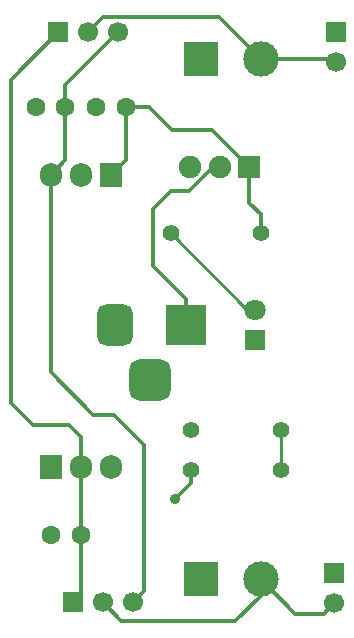
<source format=gbr>
%TF.GenerationSoftware,KiCad,Pcbnew,9.0.2*%
%TF.CreationDate,2025-06-12T21:47:04+05:30*%
%TF.ProjectId,Breadboard power supply,42726561-6462-46f6-9172-6420706f7765,rev?*%
%TF.SameCoordinates,Original*%
%TF.FileFunction,Copper,L1,Top*%
%TF.FilePolarity,Positive*%
%FSLAX46Y46*%
G04 Gerber Fmt 4.6, Leading zero omitted, Abs format (unit mm)*
G04 Created by KiCad (PCBNEW 9.0.2) date 2025-06-12 21:47:04*
%MOMM*%
%LPD*%
G01*
G04 APERTURE LIST*
G04 Aperture macros list*
%AMRoundRect*
0 Rectangle with rounded corners*
0 $1 Rounding radius*
0 $2 $3 $4 $5 $6 $7 $8 $9 X,Y pos of 4 corners*
0 Add a 4 corners polygon primitive as box body*
4,1,4,$2,$3,$4,$5,$6,$7,$8,$9,$2,$3,0*
0 Add four circle primitives for the rounded corners*
1,1,$1+$1,$2,$3*
1,1,$1+$1,$4,$5*
1,1,$1+$1,$6,$7*
1,1,$1+$1,$8,$9*
0 Add four rect primitives between the rounded corners*
20,1,$1+$1,$2,$3,$4,$5,0*
20,1,$1+$1,$4,$5,$6,$7,0*
20,1,$1+$1,$6,$7,$8,$9,0*
20,1,$1+$1,$8,$9,$2,$3,0*%
G04 Aperture macros list end*
%TA.AperFunction,ComponentPad*%
%ADD10R,1.700000X1.700000*%
%TD*%
%TA.AperFunction,ComponentPad*%
%ADD11C,1.700000*%
%TD*%
%TA.AperFunction,ComponentPad*%
%ADD12R,1.900000X1.900000*%
%TD*%
%TA.AperFunction,ComponentPad*%
%ADD13C,1.900000*%
%TD*%
%TA.AperFunction,ComponentPad*%
%ADD14R,3.000000X3.000000*%
%TD*%
%TA.AperFunction,ComponentPad*%
%ADD15C,3.000000*%
%TD*%
%TA.AperFunction,ComponentPad*%
%ADD16R,1.905000X2.000000*%
%TD*%
%TA.AperFunction,ComponentPad*%
%ADD17O,1.905000X2.000000*%
%TD*%
%TA.AperFunction,ComponentPad*%
%ADD18C,1.600000*%
%TD*%
%TA.AperFunction,ComponentPad*%
%ADD19C,1.400000*%
%TD*%
%TA.AperFunction,ComponentPad*%
%ADD20R,3.500000X3.500000*%
%TD*%
%TA.AperFunction,ComponentPad*%
%ADD21RoundRect,0.750000X-0.750000X-1.000000X0.750000X-1.000000X0.750000X1.000000X-0.750000X1.000000X0*%
%TD*%
%TA.AperFunction,ComponentPad*%
%ADD22RoundRect,0.875000X-0.875000X-0.875000X0.875000X-0.875000X0.875000X0.875000X-0.875000X0.875000X0*%
%TD*%
%TA.AperFunction,ComponentPad*%
%ADD23R,1.800000X1.800000*%
%TD*%
%TA.AperFunction,ComponentPad*%
%ADD24C,1.800000*%
%TD*%
%TA.AperFunction,ViaPad*%
%ADD25C,0.900000*%
%TD*%
%TA.AperFunction,Conductor*%
%ADD26C,0.350000*%
%TD*%
%TA.AperFunction,Conductor*%
%ADD27C,0.250000*%
%TD*%
G04 APERTURE END LIST*
D10*
%TO.P,J4,1,Pin_1*%
%TO.N,GND*%
X163830000Y-64130000D03*
D11*
%TO.P,J4,2,Pin_2*%
%TO.N,/PWR_OUT_TOP*%
X163830000Y-66670000D03*
%TD*%
D12*
%TO.P,S1,1*%
%TO.N,/12V*%
X156520000Y-75565000D03*
D13*
%TO.P,S1,2*%
%TO.N,/PWR_input*%
X154020000Y-75565000D03*
%TO.P,S1,3*%
%TO.N,unconnected-(S1-Pad3)*%
X151520000Y-75565000D03*
%TD*%
D14*
%TO.P,J5,1,Pin_1*%
%TO.N,GND*%
X152400000Y-110374549D03*
D15*
%TO.P,J5,2,Pin_2*%
%TO.N,/PWR_OUT_BOT*%
X157480000Y-110374549D03*
%TD*%
D16*
%TO.P,U2,1,VI*%
%TO.N,/12V*%
X144780000Y-76200000D03*
D17*
%TO.P,U2,2,GND*%
%TO.N,GND*%
X142240000Y-76200000D03*
%TO.P,U2,3,VO*%
%TO.N,/5V*%
X139700000Y-76200000D03*
%TD*%
D18*
%TO.P,C2,1*%
%TO.N,/3.3V*%
X142240000Y-106680000D03*
%TO.P,C2,2*%
%TO.N,GND*%
X139740000Y-106680000D03*
%TD*%
%TO.P,C1,1*%
%TO.N,/12V*%
X146050000Y-70485000D03*
%TO.P,C1,2*%
%TO.N,GND*%
X143550000Y-70485000D03*
%TD*%
D19*
%TO.P,R2,1*%
%TO.N,Net-(U1-ADJ)*%
X159199554Y-101169151D03*
%TO.P,R2,2*%
%TO.N,/3.3V*%
X151579554Y-101169151D03*
%TD*%
D20*
%TO.P,J1,1*%
%TO.N,/PWR_input*%
X151130000Y-88900000D03*
D21*
%TO.P,J1,2*%
%TO.N,GND*%
X145130000Y-88900000D03*
D22*
%TO.P,J1,3*%
X148130000Y-93600000D03*
%TD*%
D10*
%TO.P,J3,1,Pin_1*%
%TO.N,/3.3V*%
X140335000Y-64135000D03*
D11*
%TO.P,J3,2,Pin_2*%
%TO.N,/PWR_OUT_TOP*%
X142875000Y-64135000D03*
%TO.P,J3,3,Pin_3*%
%TO.N,/5V*%
X145415000Y-64135000D03*
%TD*%
D10*
%TO.P,J7,1,Pin_1*%
%TO.N,/3.3V*%
X141605000Y-112395000D03*
D11*
%TO.P,J7,2,Pin_2*%
%TO.N,/PWR_OUT_BOT*%
X144145000Y-112395000D03*
%TO.P,J7,3,Pin_3*%
%TO.N,/5V*%
X146685000Y-112395000D03*
%TD*%
D19*
%TO.P,R1,1*%
%TO.N,Net-(D1-A)*%
X149860000Y-81127600D03*
%TO.P,R1,2*%
%TO.N,/12V*%
X157480000Y-81127600D03*
%TD*%
D10*
%TO.P,J6,1,Pin_1*%
%TO.N,GND*%
X163705223Y-109928182D03*
D11*
%TO.P,J6,2,Pin_2*%
%TO.N,/PWR_OUT_BOT*%
X163705223Y-112468182D03*
%TD*%
D19*
%TO.P,R3,1*%
%TO.N,GND*%
X151620000Y-97790000D03*
%TO.P,R3,2*%
%TO.N,Net-(U1-ADJ)*%
X159240000Y-97790000D03*
%TD*%
D23*
%TO.P,D1,1,K*%
%TO.N,GND*%
X156980000Y-90175000D03*
D24*
%TO.P,D1,2,A*%
%TO.N,Net-(D1-A)*%
X156980000Y-87635000D03*
%TD*%
D14*
%TO.P,J2,1,Pin_1*%
%TO.N,GND*%
X152400000Y-66360000D03*
D15*
%TO.P,J2,2,Pin_2*%
%TO.N,/PWR_OUT_TOP*%
X157480000Y-66360000D03*
%TD*%
D18*
%TO.P,C3,1*%
%TO.N,/5V*%
X140930000Y-70485000D03*
%TO.P,C3,2*%
%TO.N,GND*%
X138430000Y-70485000D03*
%TD*%
D16*
%TO.P,U1,1,ADJ*%
%TO.N,Net-(U1-ADJ)*%
X139700000Y-100965000D03*
D17*
%TO.P,U1,2,VO*%
%TO.N,/3.3V*%
X142240000Y-100965000D03*
%TO.P,U1,3,VI*%
%TO.N,/12V*%
X144780000Y-100965000D03*
%TD*%
D25*
%TO.N,/3.3V*%
X150266400Y-103632000D03*
%TD*%
D26*
%TO.N,/PWR_OUT_BOT*%
X157480000Y-111810800D02*
X157480000Y-110374549D01*
X155346400Y-113944400D02*
X157480000Y-111810800D01*
X145694400Y-113944400D02*
X155346400Y-113944400D01*
X144145000Y-112395000D02*
X145694400Y-113944400D01*
X162838605Y-113334800D02*
X163705223Y-112468182D01*
X160440251Y-113334800D02*
X162838605Y-113334800D01*
X157480000Y-110374549D02*
X160440251Y-113334800D01*
%TO.N,/PWR_OUT_TOP*%
X163520000Y-66360000D02*
X163830000Y-66670000D01*
X157480000Y-66360000D02*
X163520000Y-66360000D01*
X153979000Y-62859000D02*
X157480000Y-66360000D01*
X142875000Y-64135000D02*
X144151000Y-62859000D01*
X144151000Y-62859000D02*
X153979000Y-62859000D01*
%TO.N,/12V*%
X146050000Y-70485000D02*
X148056600Y-70485000D01*
X146050000Y-70485000D02*
X146050000Y-74930000D01*
X153345000Y-72390000D02*
X156520000Y-75565000D01*
X146050000Y-74930000D02*
X144780000Y-76200000D01*
X148056600Y-70485000D02*
X149961600Y-72390000D01*
X157480000Y-79520000D02*
X157480000Y-81127600D01*
X149961600Y-72390000D02*
X153345000Y-72390000D01*
X156520000Y-75565000D02*
X156520000Y-78560000D01*
X156520000Y-78560000D02*
X157480000Y-79520000D01*
%TO.N,/3.3V*%
X141274800Y-97383600D02*
X142240000Y-98348800D01*
X142240000Y-100965000D02*
X142240000Y-106680000D01*
X138226800Y-97383600D02*
X141274800Y-97383600D01*
X142240000Y-106680000D02*
X142240000Y-111760000D01*
X136311159Y-68158841D02*
X136311159Y-95467959D01*
X140335000Y-64135000D02*
X136311159Y-68158841D01*
X136311159Y-95467959D02*
X138226800Y-97383600D01*
X151579554Y-102318846D02*
X150266400Y-103632000D01*
X142240000Y-111760000D02*
X141605000Y-112395000D01*
X142240000Y-98348800D02*
X142240000Y-100965000D01*
X151579554Y-101169151D02*
X151579554Y-102318846D01*
%TO.N,/5V*%
X139700000Y-92913200D02*
X143306800Y-96520000D01*
X147624800Y-111455200D02*
X146685000Y-112395000D01*
X140930000Y-68620000D02*
X140930000Y-70485000D01*
X145084800Y-96520000D02*
X147624800Y-99060000D01*
X143306800Y-96520000D02*
X145084800Y-96520000D01*
X139700000Y-76200000D02*
X139700000Y-92913200D01*
X145415000Y-64135000D02*
X140930000Y-68620000D01*
X140930000Y-74970000D02*
X139700000Y-76200000D01*
X140930000Y-70485000D02*
X140930000Y-74970000D01*
X147624800Y-99060000D02*
X147624800Y-111455200D01*
D27*
%TO.N,Net-(D1-A)*%
X149860000Y-81127600D02*
X156367400Y-87635000D01*
X156367400Y-87635000D02*
X156980000Y-87635000D01*
D26*
%TO.N,/PWR_input*%
X148412200Y-83947000D02*
X151130000Y-86664800D01*
X151130000Y-86664800D02*
X151130000Y-88900000D01*
X149910800Y-77571600D02*
X148412200Y-79070200D01*
X154020000Y-75565000D02*
X153465958Y-75565000D01*
X148412200Y-79070200D02*
X148412200Y-83947000D01*
X151459358Y-77571600D02*
X149910800Y-77571600D01*
X153465958Y-75565000D02*
X151459358Y-77571600D01*
%TO.N,/PWR_OUT_BOT*%
X156921200Y-109815749D02*
X157480000Y-110374549D01*
D27*
%TO.N,Net-(U1-ADJ)*%
X159240000Y-97790000D02*
X159240000Y-101128705D01*
X159240000Y-101128705D02*
X159199554Y-101169151D01*
%TD*%
M02*

</source>
